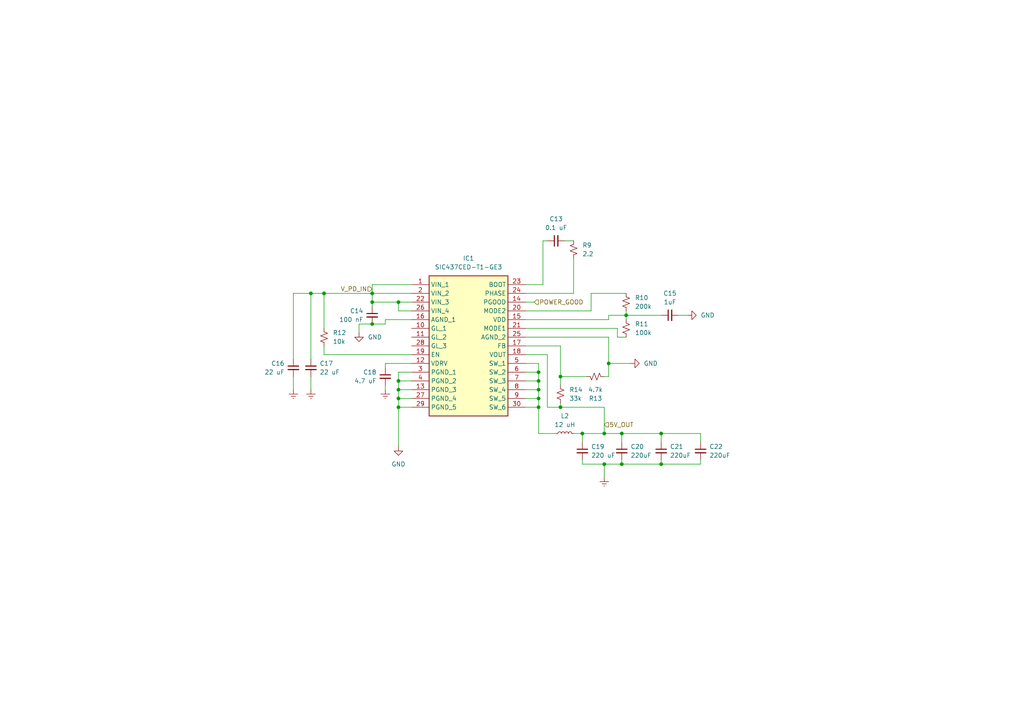
<source format=kicad_sch>
(kicad_sch (version 20230121) (generator eeschema)
  (paper "A4")
  (lib_symbols
    (symbol "Device:C_Small" (pin_numbers hide) (pin_names (offset 0.254) hide)
      (property "Reference" "C" (at 0.254 1.778 0))
      (property "Value" "C_Small" (at 0.254 -2.032 0))
      (symbol "C_Small_0_1"
        (polyline (pts (xy -1.524 -0.508) (xy 1.524 -0.508)) (stroke (width 0.3302)))
        (polyline (pts (xy -1.524 0.508) (xy 1.524 0.508)) (stroke (width 0.3048)))
      )
      (symbol "C_Small_1_1"
        (pin passive line (at 0 2.54 270) (length 2.032) (name "~") (number "1"))
        (pin passive line (at 0 -2.54 90) (length 2.032) (name "~") (number "2"))
      )
    )
    (symbol "Device:L_Small" (pin_numbers hide) (pin_names (offset 0.254) hide)
      (property "Reference" "L" (at 0.762 1.016 0))
      (property "Value" "L_Small" (at 0.762 -1.016 0))
      (symbol "L_Small_0_1"
        (arc (start 0 -2.032) (mid 0.5058 -1.524) (end 0 -1.016))
        (arc (start 0 -1.016) (mid 0.5058 -0.508) (end 0 0))
        (arc (start 0 0) (mid 0.5058 0.508) (end 0 1.016))
        (arc (start 0 1.016) (mid 0.5058 1.524) (end 0 2.032))
      )
      (symbol "L_Small_1_1"
        (pin passive line (at 0 2.54 270) (length 0.508) (name "~") (number "1"))
        (pin passive line (at 0 -2.54 90) (length 0.508) (name "~") (number "2"))
      )
    )
    (symbol "Device:R_Small_US" (pin_numbers hide) (pin_names (offset 0.254) hide)
      (property "Reference" "R" (at 0.762 0.508 0))
      (property "Value" "R_Small_US" (at 0.762 -1.016 0))
      (symbol "R_Small_US_1_1"
        (polyline (pts (xy 0 0) (xy 1.016 -0.381) (xy 0 -0.762) (xy -1.016 -1.143) (xy 0 -1.524)))
        (polyline (pts (xy 0 1.524) (xy 1.016 1.143) (xy 0 0.762) (xy -1.016 0.381) (xy 0 0)))
        (pin passive line (at 0 2.54 270) (length 1.016) (name "~") (number "1"))
        (pin passive line (at 0 -2.54 90) (length 1.016) (name "~") (number "2"))
      )
    )
    (symbol "imports-new:SIC437CED-T1-GE3"
      (property "Reference" "IC1" (at 16.51 7.62 0))
      (property "Value" "SIC437CED-T1-GE3" (at 16.51 5.08 0))
      (symbol "SIC437CED-T1-GE3_1_1"
        (rectangle (start 5.08 2.54) (end 27.94 -38.1) (stroke (width 0.254)) (fill (type background)))
        (pin passive line (at 0 0 0) (length 5.08) (name "VIN_1") (number "1"))
        (pin passive line (at 0 -12.7 0) (length 5.08) (name "GL_1") (number "10"))
        (pin passive line (at 0 -15.24 0) (length 5.08) (name "GL_2") (number "11"))
        (pin passive line (at 0 -22.86 0) (length 5.08) (name "VDRV") (number "12"))
        (pin passive line (at 0 -30.48 0) (length 5.08) (name "PGND_3") (number "13"))
        (pin passive line (at 33.02 -5.08 180) (length 5.08) (name "PGOOD") (number "14"))
        (pin passive line (at 33.02 -10.16 180) (length 5.08) (name "VDD") (number "15"))
        (pin passive line (at 0 -10.16 0) (length 5.08) (name "AGND_1") (number "16"))
        (pin passive line (at 33.02 -17.78 180) (length 5.08) (name "FB") (number "17"))
        (pin passive line (at 33.02 -20.32 180) (length 5.08) (name "VOUT") (number "18"))
        (pin passive line (at 0 -20.32 0) (length 5.08) (name "EN") (number "19"))
        (pin passive line (at 0 -2.54 0) (length 5.08) (name "VIN_2") (number "2"))
        (pin passive line (at 33.02 -7.62 180) (length 5.08) (name "MODE2") (number "20"))
        (pin passive line (at 33.02 -12.7 180) (length 5.08) (name "MODE1") (number "21"))
        (pin passive line (at 0 -5.08 0) (length 5.08) (name "VIN_3") (number "22"))
        (pin passive line (at 33.02 0 180) (length 5.08) (name "BOOT") (number "23"))
        (pin passive line (at 33.02 -2.54 180) (length 5.08) (name "PHASE") (number "24"))
        (pin passive line (at 33.02 -15.24 180) (length 5.08) (name "AGND_2") (number "25"))
        (pin passive line (at 0 -7.62 0) (length 5.08) (name "VIN_4") (number "26"))
        (pin passive line (at 0 -33.02 0) (length 5.08) (name "PGND_4") (number "27"))
        (pin passive line (at 0 -17.78 0) (length 5.08) (name "GL_3") (number "28"))
        (pin passive line (at 0 -35.56 0) (length 5.08) (name "PGND_5") (number "29"))
        (pin passive line (at 0 -25.4 0) (length 5.08) (name "PGND_1") (number "3"))
        (pin passive line (at 33.02 -35.56 180) (length 5.08) (name "SW_6") (number "30"))
        (pin passive line (at 0 -27.94 0) (length 5.08) (name "PGND_2") (number "4"))
        (pin passive line (at 33.02 -22.86 180) (length 5.08) (name "SW_1") (number "5"))
        (pin passive line (at 33.02 -25.4 180) (length 5.08) (name "SW_2") (number "6"))
        (pin passive line (at 33.02 -27.94 180) (length 5.08) (name "SW_3") (number "7"))
        (pin passive line (at 33.02 -30.48 180) (length 5.08) (name "SW_4") (number "8"))
        (pin passive line (at 33.02 -33.02 180) (length 5.08) (name "SW_5") (number "9"))
      )
    )
    (symbol "power:Earth" (power) (pin_names (offset 0))
      (symbol "Earth_0_1"
        (polyline (pts (xy -0.635 -1.905) (xy 0.635 -1.905)))
        (polyline (pts (xy -0.127 -2.54) (xy 0.127 -2.54)))
        (polyline (pts (xy 0 -1.27) (xy 0 0)))
        (polyline (pts (xy 1.27 -1.27) (xy -1.27 -1.27)))
      )
      (symbol "Earth_1_1"
        (pin power_in line (at 0 0 270) (length 0) hide (name "Earth") (number "1"))
      )
    )
    (symbol "power:GND" (power) (pin_names (offset 0))
      (property "Value" "GND" (at 0 -3.81 0))
      (symbol "GND_0_1"
        (polyline (pts (xy 0 0) (xy 0 -1.27) (xy 1.27 -1.27) (xy 0 -2.54) (xy -1.27 -1.27) (xy 0 -1.27)))
      )
      (symbol "GND_1_1"
        (pin power_in line (at 0 0 270) (length 0) hide (name "GND") (number "1"))
      )
    )
  )
  (junction (at 162.56 118.11))
  (junction (at 115.57 110.49))
  (junction (at 191.77 134.62))
  (junction (at 107.95 93.98))
  (junction (at 180.34 125.73))
  (junction (at 156.21 118.11))
  (junction (at 176.53 105.41))
  (junction (at 107.95 85.09))
  (junction (at 156.21 113.03))
  (junction (at 156.21 115.57))
  (junction (at 90.17 85.09))
  (junction (at 191.77 125.73))
  (junction (at 168.91 125.73))
  (junction (at 93.98 85.09))
  (junction (at 115.57 87.63))
  (junction (at 156.21 110.49))
  (junction (at 115.57 118.11))
  (junction (at 175.26 134.62))
  (junction (at 115.57 113.03))
  (junction (at 180.34 134.62))
  (junction (at 162.56 109.22))
  (junction (at 175.26 125.73))
  (junction (at 156.21 107.95))
  (junction (at 115.57 115.57))
  (junction (at 107.95 87.63))
  (junction (at 181.61 91.44))
  (wire (pts (xy 85.09 104.14) (xy 85.09 85.09)))
  (wire (pts (xy 180.34 125.73) (xy 180.34 128.27)))
  (wire (pts (xy 115.57 107.95) (xy 119.38 107.95)))
  (wire (pts (xy 119.38 113.03) (xy 115.57 113.03)))
  (wire (pts (xy 85.09 85.09) (xy 90.17 85.09)))
  (wire (pts (xy 115.57 118.11) (xy 115.57 115.57)))
  (wire (pts (xy 175.26 134.62) (xy 180.34 134.62)))
  (wire (pts (xy 152.4 113.03) (xy 156.21 113.03)))
  (wire (pts (xy 107.95 82.55) (xy 119.38 82.55)))
  (wire (pts (xy 156.21 110.49) (xy 156.21 113.03)))
  (wire (pts (xy 152.4 102.87) (xy 158.75 102.87)))
  (wire (pts (xy 156.21 125.73) (xy 156.21 118.11)))
  (wire (pts (xy 85.09 109.22) (xy 85.09 113.03)))
  (wire (pts (xy 176.53 105.41) (xy 176.53 97.79)))
  (wire (pts (xy 115.57 110.49) (xy 115.57 107.95)))
  (wire (pts (xy 191.77 125.73) (xy 203.2 125.73)))
  (wire (pts (xy 203.2 125.73) (xy 203.2 128.27)))
  (wire (pts (xy 152.4 100.33) (xy 162.56 100.33)))
  (wire (pts (xy 104.14 96.52) (xy 104.14 93.98)))
  (wire (pts (xy 152.4 85.09) (xy 166.37 85.09)))
  (wire (pts (xy 179.07 97.79) (xy 179.07 95.25)))
  (wire (pts (xy 157.48 69.85) (xy 158.75 69.85)))
  (wire (pts (xy 115.57 115.57) (xy 115.57 113.03)))
  (wire (pts (xy 111.76 106.68) (xy 111.76 105.41)))
  (wire (pts (xy 107.95 87.63) (xy 107.95 88.9)))
  (wire (pts (xy 90.17 109.22) (xy 90.17 113.03)))
  (wire (pts (xy 152.4 92.71) (xy 176.53 92.71)))
  (wire (pts (xy 191.77 134.62) (xy 191.77 133.35)))
  (wire (pts (xy 196.85 91.44) (xy 199.39 91.44)))
  (wire (pts (xy 162.56 118.11) (xy 175.26 118.11)))
  (wire (pts (xy 181.61 97.79) (xy 179.07 97.79)))
  (wire (pts (xy 93.98 102.87) (xy 93.98 100.33)))
  (wire (pts (xy 111.76 111.76) (xy 111.76 113.03)))
  (wire (pts (xy 180.34 125.73) (xy 191.77 125.73)))
  (wire (pts (xy 176.53 109.22) (xy 175.26 109.22)))
  (wire (pts (xy 111.76 93.98) (xy 107.95 93.98)))
  (wire (pts (xy 170.18 109.22) (xy 162.56 109.22)))
  (wire (pts (xy 191.77 125.73) (xy 191.77 128.27)))
  (wire (pts (xy 115.57 90.17) (xy 119.38 90.17)))
  (wire (pts (xy 162.56 116.84) (xy 162.56 118.11)))
  (wire (pts (xy 181.61 90.17) (xy 181.61 91.44)))
  (wire (pts (xy 162.56 109.22) (xy 162.56 100.33)))
  (wire (pts (xy 176.53 91.44) (xy 181.61 91.44)))
  (wire (pts (xy 152.4 105.41) (xy 156.21 105.41)))
  (wire (pts (xy 111.76 92.71) (xy 119.38 92.71)))
  (wire (pts (xy 166.37 85.09) (xy 166.37 74.93)))
  (wire (pts (xy 179.07 95.25) (xy 152.4 95.25)))
  (wire (pts (xy 115.57 113.03) (xy 115.57 110.49)))
  (wire (pts (xy 115.57 129.54) (xy 115.57 118.11)))
  (wire (pts (xy 119.38 87.63) (xy 115.57 87.63)))
  (wire (pts (xy 163.83 69.85) (xy 166.37 69.85)))
  (wire (pts (xy 158.75 118.11) (xy 162.56 118.11)))
  (wire (pts (xy 107.95 85.09) (xy 119.38 85.09)))
  (wire (pts (xy 175.26 134.62) (xy 168.91 134.62)))
  (wire (pts (xy 203.2 134.62) (xy 203.2 133.35)))
  (wire (pts (xy 181.61 91.44) (xy 181.61 92.71)))
  (wire (pts (xy 152.4 110.49) (xy 156.21 110.49)))
  (wire (pts (xy 171.45 90.17) (xy 171.45 85.09)))
  (wire (pts (xy 158.75 102.87) (xy 158.75 118.11)))
  (wire (pts (xy 176.53 92.71) (xy 176.53 91.44)))
  (wire (pts (xy 104.14 93.98) (xy 107.95 93.98)))
  (wire (pts (xy 176.53 105.41) (xy 182.88 105.41)))
  (wire (pts (xy 175.26 134.62) (xy 175.26 138.43)))
  (wire (pts (xy 152.4 107.95) (xy 156.21 107.95)))
  (wire (pts (xy 175.26 125.73) (xy 180.34 125.73)))
  (wire (pts (xy 93.98 85.09) (xy 93.98 95.25)))
  (wire (pts (xy 166.37 125.73) (xy 168.91 125.73)))
  (wire (pts (xy 115.57 118.11) (xy 119.38 118.11)))
  (wire (pts (xy 168.91 133.35) (xy 168.91 134.62)))
  (wire (pts (xy 152.4 118.11) (xy 156.21 118.11)))
  (wire (pts (xy 90.17 85.09) (xy 93.98 85.09)))
  (wire (pts (xy 152.4 97.79) (xy 176.53 97.79)))
  (wire (pts (xy 115.57 110.49) (xy 119.38 110.49)))
  (wire (pts (xy 115.57 87.63) (xy 107.95 87.63)))
  (wire (pts (xy 162.56 109.22) (xy 162.56 111.76)))
  (wire (pts (xy 111.76 92.71) (xy 111.76 93.98)))
  (wire (pts (xy 107.95 85.09) (xy 107.95 82.55)))
  (wire (pts (xy 115.57 115.57) (xy 119.38 115.57)))
  (wire (pts (xy 90.17 104.14) (xy 90.17 85.09)))
  (wire (pts (xy 107.95 85.09) (xy 107.95 87.63)))
  (wire (pts (xy 111.76 105.41) (xy 119.38 105.41)))
  (wire (pts (xy 175.26 118.11) (xy 175.26 125.73)))
  (wire (pts (xy 156.21 113.03) (xy 156.21 115.57)))
  (wire (pts (xy 152.4 87.63) (xy 154.94 87.63)))
  (wire (pts (xy 191.77 134.62) (xy 203.2 134.62)))
  (wire (pts (xy 176.53 109.22) (xy 176.53 105.41)))
  (wire (pts (xy 180.34 134.62) (xy 191.77 134.62)))
  (wire (pts (xy 181.61 91.44) (xy 191.77 91.44)))
  (wire (pts (xy 157.48 82.55) (xy 157.48 69.85)))
  (wire (pts (xy 156.21 107.95) (xy 156.21 110.49)))
  (wire (pts (xy 171.45 85.09) (xy 181.61 85.09)))
  (wire (pts (xy 175.26 125.73) (xy 168.91 125.73)))
  (wire (pts (xy 152.4 90.17) (xy 171.45 90.17)))
  (wire (pts (xy 156.21 105.41) (xy 156.21 107.95)))
  (wire (pts (xy 180.34 133.35) (xy 180.34 134.62)))
  (wire (pts (xy 119.38 102.87) (xy 93.98 102.87)))
  (wire (pts (xy 152.4 82.55) (xy 157.48 82.55)))
  (wire (pts (xy 168.91 125.73) (xy 168.91 128.27)))
  (wire (pts (xy 93.98 85.09) (xy 107.95 85.09)))
  (wire (pts (xy 152.4 115.57) (xy 156.21 115.57)))
  (wire (pts (xy 156.21 115.57) (xy 156.21 118.11)))
  (wire (pts (xy 115.57 90.17) (xy 115.57 87.63)))
  (wire (pts (xy 156.21 125.73) (xy 161.29 125.73)))
  (hierarchical_label "5V_OUT" (shape input) (at 175.26 123.19 0))
  (hierarchical_label "V_PD_IN" (shape input) (at 107.95 83.82 180))
  (hierarchical_label "POWER_GOOD" (shape input) (at 154.94 87.63 0))
  (symbol (lib_id "Device:C_Small") (at 111.76 109.22 0) (unit 1)
    (property "Reference" "C18" (at 109.22 107.9563 0) (effects (justify right)))
    (property "Value" "4.7 uF" (at 109.22 110.4963 0) (effects (justify right)))
    (property "Footprint" "Capacitor_SMD:C_0805_2012Metric" (effects hide))
    (property "Datasheet" "https://www.mouser.com/datasheet/2/585/MLCC-1837944.pdf" (effects hide))
    (property "JLCPCB Part #" "C722528" (effects hide))
    (property "Manufacturer" "Samsung Electro-Mechanics" (effects hide))
    (property "Manufacturer_Part_Number" "CL21A475KAQNNNG" (effects hide))
    (property "Mouser Part Number" "187-CL21A475KAQNNNG" (effects hide))
  )
  (symbol (lib_id "Device:R_Small_US") (at 172.72 109.22 270) (mirror x) (unit 1)
    (property "Reference" "R13" (at 172.72 115.57 90))
    (property "Value" "4.7k" (at 172.72 113.03 90))
  )
  (symbol (lib_id "power:GND") (at 182.88 105.41 90) (unit 1)
    (property "Reference" "#PWR028" (effects hide))
    (property "Value" "GND" (at 186.69 105.41 90) (effects (justify right)))
  )
  (symbol (lib_id "Device:C_Small") (at 161.29 69.85 90) (unit 1)
    (property "Reference" "C13" (at 161.2963 63.5 90))
    (property "Value" "0.1 uF" (at 161.2963 66.04 90))
    (property "Footprint" "Capacitor_SMD:C_0805_2012Metric" (effects hide))
    (property "Datasheet" "https://www.mouser.com/datasheet/2/212/KEM_C1002_X7R_SMD-1102033.pdf" (effects hide))
    (property "JLCPCB Part #" "C3018562" (effects hide))
    (property "Manufacturer" "KEMET" (effects hide))
    (property "Manufacturer_Part_Number" "C0805C104K5RACTU" (effects hide))
    (property "Mouser Part Number" "80-C0805C104K5R" (effects hide))
  )
  (symbol (lib_id "Device:R_Small_US") (at 181.61 95.25 180) (unit 1)
    (property "Reference" "R11" (at 184.15 93.98 0) (effects (justify right)))
    (property "Value" "100k" (at 184.15 96.52 0) (effects (justify right)))
  )
  (symbol (lib_id "imports-new:SIC437CED-T1-GE3") (at 119.38 82.55 0) (unit 1)
    (property "Reference" "IC1" (at 135.89 74.93 0))
    (property "Value" "SIC437CED-T1-GE3" (at 135.89 77.47 0))
    (property "Footprint" "SIC437CEDT1GE3" (effects hide))
    (property "Datasheet" "https://www.vishay.com/docs/75921/sic437.pdf" (effects hide))
    (property "Height" "0.8" (effects hide))
    (property "Mouser Part Number" "78-SIC437CED-T1-GE3" (effects hide))
    (property "Mouser Price/Stock" "https://www.mouser.co.uk/ProductDetail/Vishay-Siliconix/SIC437CED-T1-GE3?qs=MLItCLRbWsw8Ca2bA6Pbbw%3D%3D" (effects hide))
    (property "Manufacturer_Part_Number" "SIC437CED-T1-GE3" (effects hide))
  )
  (symbol (lib_id "power:GND") (at 104.14 96.52 0) (unit 1)
    (property "Reference" "#PWR027" (effects hide))
    (property "Value" "GND" (at 106.68 97.79 0) (effects (justify left)))
  )
  (symbol (lib_id "Device:C_Small") (at 180.34 130.81 0) (unit 1)
    (property "Reference" "C20" (at 182.88 129.5463 0) (effects (justify left)))
    (property "Value" "220uF" (at 182.88 132.0863 0) (effects (justify left)))
    (property "Footprint" "Capacitor_SMD:C_1210_3225Metric" (effects hide))
  )
  (symbol (lib_id "Device:C_Small") (at 194.31 91.44 90) (unit 1)
    (property "Reference" "C15" (at 194.3163 85.09 90))
    (property "Value" "1uF" (at 194.3163 87.63 90))
    (property "Footprint" "Capacitor_SMD:C_1206_3216Metric" (effects hide))
    (property "Datasheet" "https://www.mouser.com/datasheet/2/447/UPY_NP0X7R_HV_500V_to_3KV_15-2934292.pdf" (effects hide))
    (property "JLCPCB Part #" "C107184" (effects hide))
    (property "Manufacturer" "YAGEO" (effects hide))
    (property "Manufacturer_Part_Number" "CC1206KKX7R8BB105" (effects hide))
    (property "Mouser Part Number" "603-CC126KKX7R8BB105" (effects hide))
  )
  (symbol (lib_id "Device:C_Small") (at 203.2 130.81 0) (unit 1)
    (property "Reference" "C22" (at 205.74 129.5463 0) (effects (justify left)))
    (property "Value" "220uF" (at 205.74 132.0863 0) (effects (justify left)))
    (property "Footprint" "Capacitor_SMD:C_1210_3225Metric" (effects hide))
  )
  (symbol (lib_id "Device:R_Small_US") (at 181.61 87.63 0) (unit 1)
    (property "Reference" "R10" (at 184.15 86.36 0) (effects (justify left)))
    (property "Value" "200k" (at 184.15 88.9 0) (effects (justify left)))
  )
  (symbol (lib_id "Device:C_Small") (at 168.91 130.81 0) (unit 1)
    (property "Reference" "C19" (at 171.45 129.5463 0) (effects (justify left)))
    (property "Value" "220 uF" (at 171.45 132.0863 0) (effects (justify left)))
    (property "Footprint" "Capacitor_SMD:C_1210_3225Metric" (effects hide))
  )
  (symbol (lib_id "Device:C_Small") (at 191.77 130.81 0) (unit 1)
    (property "Reference" "C21" (at 194.31 129.5463 0) (effects (justify left)))
    (property "Value" "220uF" (at 194.31 132.0863 0) (effects (justify left)))
    (property "Footprint" "Capacitor_SMD:C_1210_3225Metric" (effects hide))
  )
  (symbol (lib_id "power:Earth") (at 85.09 113.03 0) (unit 1)
    (property "Reference" "#PWR029" (effects hide))
    (property "Value" "Earth" (effects hide))
  )
  (symbol (lib_id "Device:L_Small") (at 163.83 125.73 90) (unit 1)
    (property "Reference" "L2" (at 163.83 120.65 90))
    (property "Value" "12 uH" (at 163.83 123.19 90))
  )
  (symbol (lib_id "Device:C_Small") (at 107.95 91.44 0) (mirror y) (unit 1)
    (property "Reference" "C14" (at 105.41 90.1763 0) (effects (justify left)))
    (property "Value" "100 nF" (at 105.41 92.7163 0) (effects (justify left)))
    (property "Footprint" "Capacitor_SMD:C_0805_2012Metric" (effects hide))
    (property "Datasheet" "https://www.mouser.com/datasheet/2/212/KEM_C1002_X7R_SMD-1102033.pdf" (effects hide))
    (property "JLCPCB Part #" "C3018562" (effects hide))
    (property "Manufacturer" "KEMET" (effects hide))
    (property "Manufacturer_Part_Number" "C0805C104K5RACTU" (effects hide))
    (property "Mouser Part Number" "80-C0805C104K5R" (effects hide))
  )
  (symbol (lib_id "power:Earth") (at 90.17 113.03 0) (unit 1)
    (property "Reference" "#PWR030" (effects hide))
    (property "Value" "Earth" (effects hide))
  )
  (symbol (lib_id "Device:C_Small") (at 90.17 106.68 0) (unit 1)
    (property "Reference" "C17" (at 92.71 105.4163 0) (effects (justify left)))
    (property "Value" "22 uF" (at 92.71 107.9563 0) (effects (justify left)))
    (property "Footprint" "Capacitor_SMD:C_0805_2012Metric" (effects hide))
    (property "Datasheet" "https://www.mouser.com/datasheet/2/281/1/GRM21BR61E226ME44_01A-1986898.pdf" (effects hide))
    (property "JLCPCB Part #" "C2178186" (effects hide))
    (property "Manufacturer" "Murata" (effects hide))
    (property "Manufacturer_Part_Number" "GRM21BR61E226ME44K" (effects hide))
    (property "Mouser Part Number" "81-GRM21BR61E226ME4K" (effects hide))
  )
  (symbol (lib_id "power:GND") (at 199.39 91.44 90) (unit 1)
    (property "Reference" "#PWR026" (effects hide))
    (property "Value" "GND" (at 203.2 91.44 90) (effects (justify right)))
  )
  (symbol (lib_id "power:Earth") (at 111.76 113.03 0) (unit 1)
    (property "Reference" "#PWR031" (effects hide))
    (property "Value" "Earth" (effects hide))
  )
  (symbol (lib_id "Device:R_Small_US") (at 93.98 97.79 0) (unit 1)
    (property "Reference" "R12" (at 96.52 96.52 0) (effects (justify left)))
    (property "Value" "10k" (at 96.52 99.06 0) (effects (justify left)))
  )
  (symbol (lib_id "Device:R_Small_US") (at 162.56 114.3 0) (unit 1)
    (property "Reference" "R14" (at 165.1 113.03 0) (effects (justify left)))
    (property "Value" "33k" (at 165.1 115.57 0) (effects (justify left)))
  )
  (symbol (lib_id "Device:R_Small_US") (at 166.37 72.39 0) (mirror y) (unit 1)
    (property "Reference" "R9" (at 168.91 71.12 0) (effects (justify right)))
    (property "Value" "2.2" (at 168.91 73.66 0) (effects (justify right)))
  )
  (symbol (lib_id "power:Earth") (at 175.26 138.43 0) (unit 1)
    (property "Reference" "#PWR033" (effects hide))
    (property "Value" "Earth" (effects hide))
  )
  (symbol (lib_id "power:GND") (at 115.57 129.54 0) (unit 1)
    (property "Reference" "#PWR032" (effects hide))
    (property "Value" "GND" (at 115.57 134.62 0))
  )
  (symbol (lib_id "Device:C_Small") (at 85.09 106.68 0) (mirror y) (unit 1)
    (property "Reference" "C16" (at 82.55 105.4163 0) (effects (justify left)))
    (property "Value" "22 uF" (at 82.55 107.9563 0) (effects (justify left)))
    (property "Footprint" "Capacitor_SMD:C_0805_2012Metric" (effects hide))
    (property "Datasheet" "https://www.mouser.com/datasheet/2/281/1/GRM21BR61E226ME44_01A-1986898.pdf" (effects hide))
    (property "JLCPCB Part #" "C2178186" (effects hide))
    (property "Manufacturer" "Murata" (effects hide))
    (property "Manufacturer_Part_Number" "GRM21BR61E226ME44K" (effects hide))
    (property "Mouser Part Number" "81-GRM21BR61E226ME4K" (effects hide))
  )
)
</source>
